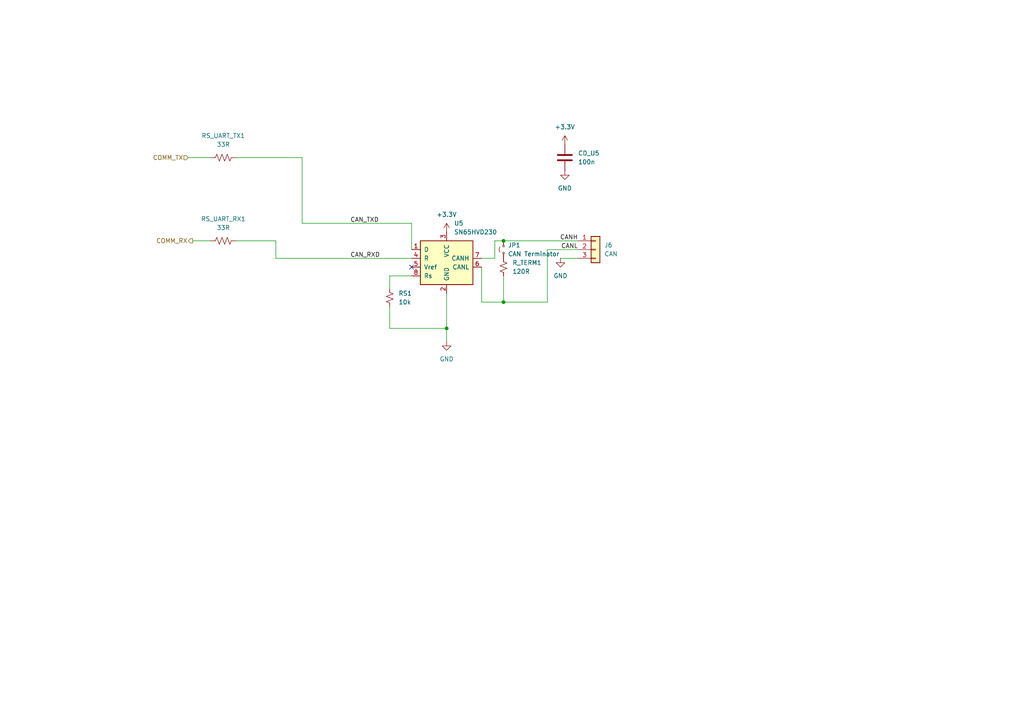
<source format=kicad_sch>
(kicad_sch
	(version 20250114)
	(generator "eeschema")
	(generator_version "9.0")
	(uuid "7d3e3313-9507-44b0-9f6c-2af88932d9e1")
	(paper "A4")
	(lib_symbols
		(symbol "Connector_Generic:Conn_01x03"
			(pin_names
				(offset 1.016)
				(hide yes)
			)
			(exclude_from_sim no)
			(in_bom yes)
			(on_board yes)
			(property "Reference" "J"
				(at 0 5.08 0)
				(effects
					(font
						(size 1.27 1.27)
					)
				)
			)
			(property "Value" "Conn_01x03"
				(at 0 -5.08 0)
				(effects
					(font
						(size 1.27 1.27)
					)
				)
			)
			(property "Footprint" ""
				(at 0 0 0)
				(effects
					(font
						(size 1.27 1.27)
					)
					(hide yes)
				)
			)
			(property "Datasheet" "~"
				(at 0 0 0)
				(effects
					(font
						(size 1.27 1.27)
					)
					(hide yes)
				)
			)
			(property "Description" "Generic connector, single row, 01x03, script generated (kicad-library-utils/schlib/autogen/connector/)"
				(at 0 0 0)
				(effects
					(font
						(size 1.27 1.27)
					)
					(hide yes)
				)
			)
			(property "ki_keywords" "connector"
				(at 0 0 0)
				(effects
					(font
						(size 1.27 1.27)
					)
					(hide yes)
				)
			)
			(property "ki_fp_filters" "Connector*:*_1x??_*"
				(at 0 0 0)
				(effects
					(font
						(size 1.27 1.27)
					)
					(hide yes)
				)
			)
			(symbol "Conn_01x03_1_1"
				(rectangle
					(start -1.27 3.81)
					(end 1.27 -3.81)
					(stroke
						(width 0.254)
						(type default)
					)
					(fill
						(type background)
					)
				)
				(rectangle
					(start -1.27 2.667)
					(end 0 2.413)
					(stroke
						(width 0.1524)
						(type default)
					)
					(fill
						(type none)
					)
				)
				(rectangle
					(start -1.27 0.127)
					(end 0 -0.127)
					(stroke
						(width 0.1524)
						(type default)
					)
					(fill
						(type none)
					)
				)
				(rectangle
					(start -1.27 -2.413)
					(end 0 -2.667)
					(stroke
						(width 0.1524)
						(type default)
					)
					(fill
						(type none)
					)
				)
				(pin passive line
					(at -5.08 2.54 0)
					(length 3.81)
					(name "Pin_1"
						(effects
							(font
								(size 1.27 1.27)
							)
						)
					)
					(number "1"
						(effects
							(font
								(size 1.27 1.27)
							)
						)
					)
				)
				(pin passive line
					(at -5.08 0 0)
					(length 3.81)
					(name "Pin_2"
						(effects
							(font
								(size 1.27 1.27)
							)
						)
					)
					(number "2"
						(effects
							(font
								(size 1.27 1.27)
							)
						)
					)
				)
				(pin passive line
					(at -5.08 -2.54 0)
					(length 3.81)
					(name "Pin_3"
						(effects
							(font
								(size 1.27 1.27)
							)
						)
					)
					(number "3"
						(effects
							(font
								(size 1.27 1.27)
							)
						)
					)
				)
			)
			(embedded_fonts no)
		)
		(symbol "Device:C"
			(pin_numbers
				(hide yes)
			)
			(pin_names
				(offset 0.254)
			)
			(exclude_from_sim no)
			(in_bom yes)
			(on_board yes)
			(property "Reference" "C"
				(at 0.635 2.54 0)
				(effects
					(font
						(size 1.27 1.27)
					)
					(justify left)
				)
			)
			(property "Value" "C"
				(at 0.635 -2.54 0)
				(effects
					(font
						(size 1.27 1.27)
					)
					(justify left)
				)
			)
			(property "Footprint" ""
				(at 0.9652 -3.81 0)
				(effects
					(font
						(size 1.27 1.27)
					)
					(hide yes)
				)
			)
			(property "Datasheet" "~"
				(at 0 0 0)
				(effects
					(font
						(size 1.27 1.27)
					)
					(hide yes)
				)
			)
			(property "Description" "Unpolarized capacitor"
				(at 0 0 0)
				(effects
					(font
						(size 1.27 1.27)
					)
					(hide yes)
				)
			)
			(property "ki_keywords" "cap capacitor"
				(at 0 0 0)
				(effects
					(font
						(size 1.27 1.27)
					)
					(hide yes)
				)
			)
			(property "ki_fp_filters" "C_*"
				(at 0 0 0)
				(effects
					(font
						(size 1.27 1.27)
					)
					(hide yes)
				)
			)
			(symbol "C_0_1"
				(polyline
					(pts
						(xy -2.032 0.762) (xy 2.032 0.762)
					)
					(stroke
						(width 0.508)
						(type default)
					)
					(fill
						(type none)
					)
				)
				(polyline
					(pts
						(xy -2.032 -0.762) (xy 2.032 -0.762)
					)
					(stroke
						(width 0.508)
						(type default)
					)
					(fill
						(type none)
					)
				)
			)
			(symbol "C_1_1"
				(pin passive line
					(at 0 3.81 270)
					(length 2.794)
					(name "~"
						(effects
							(font
								(size 1.27 1.27)
							)
						)
					)
					(number "1"
						(effects
							(font
								(size 1.27 1.27)
							)
						)
					)
				)
				(pin passive line
					(at 0 -3.81 90)
					(length 2.794)
					(name "~"
						(effects
							(font
								(size 1.27 1.27)
							)
						)
					)
					(number "2"
						(effects
							(font
								(size 1.27 1.27)
							)
						)
					)
				)
			)
			(embedded_fonts no)
		)
		(symbol "Device:R_Small_US"
			(pin_numbers
				(hide yes)
			)
			(pin_names
				(offset 0.254)
				(hide yes)
			)
			(exclude_from_sim no)
			(in_bom yes)
			(on_board yes)
			(property "Reference" "R"
				(at 0.762 0.508 0)
				(effects
					(font
						(size 1.27 1.27)
					)
					(justify left)
				)
			)
			(property "Value" "R_Small_US"
				(at 0.762 -1.016 0)
				(effects
					(font
						(size 1.27 1.27)
					)
					(justify left)
				)
			)
			(property "Footprint" ""
				(at 0 0 0)
				(effects
					(font
						(size 1.27 1.27)
					)
					(hide yes)
				)
			)
			(property "Datasheet" "~"
				(at 0 0 0)
				(effects
					(font
						(size 1.27 1.27)
					)
					(hide yes)
				)
			)
			(property "Description" "Resistor, small US symbol"
				(at 0 0 0)
				(effects
					(font
						(size 1.27 1.27)
					)
					(hide yes)
				)
			)
			(property "ki_keywords" "r resistor"
				(at 0 0 0)
				(effects
					(font
						(size 1.27 1.27)
					)
					(hide yes)
				)
			)
			(property "ki_fp_filters" "R_*"
				(at 0 0 0)
				(effects
					(font
						(size 1.27 1.27)
					)
					(hide yes)
				)
			)
			(symbol "R_Small_US_1_1"
				(polyline
					(pts
						(xy 0 1.524) (xy 1.016 1.143) (xy 0 0.762) (xy -1.016 0.381) (xy 0 0)
					)
					(stroke
						(width 0)
						(type default)
					)
					(fill
						(type none)
					)
				)
				(polyline
					(pts
						(xy 0 0) (xy 1.016 -0.381) (xy 0 -0.762) (xy -1.016 -1.143) (xy 0 -1.524)
					)
					(stroke
						(width 0)
						(type default)
					)
					(fill
						(type none)
					)
				)
				(pin passive line
					(at 0 2.54 270)
					(length 1.016)
					(name "~"
						(effects
							(font
								(size 1.27 1.27)
							)
						)
					)
					(number "1"
						(effects
							(font
								(size 1.27 1.27)
							)
						)
					)
				)
				(pin passive line
					(at 0 -2.54 90)
					(length 1.016)
					(name "~"
						(effects
							(font
								(size 1.27 1.27)
							)
						)
					)
					(number "2"
						(effects
							(font
								(size 1.27 1.27)
							)
						)
					)
				)
			)
			(embedded_fonts no)
		)
		(symbol "Device:R_US"
			(pin_numbers
				(hide yes)
			)
			(pin_names
				(offset 0)
			)
			(exclude_from_sim no)
			(in_bom yes)
			(on_board yes)
			(property "Reference" "R"
				(at 2.54 0 90)
				(effects
					(font
						(size 1.27 1.27)
					)
				)
			)
			(property "Value" "R_US"
				(at -2.54 0 90)
				(effects
					(font
						(size 1.27 1.27)
					)
				)
			)
			(property "Footprint" ""
				(at 1.016 -0.254 90)
				(effects
					(font
						(size 1.27 1.27)
					)
					(hide yes)
				)
			)
			(property "Datasheet" "~"
				(at 0 0 0)
				(effects
					(font
						(size 1.27 1.27)
					)
					(hide yes)
				)
			)
			(property "Description" "Resistor, US symbol"
				(at 0 0 0)
				(effects
					(font
						(size 1.27 1.27)
					)
					(hide yes)
				)
			)
			(property "ki_keywords" "R res resistor"
				(at 0 0 0)
				(effects
					(font
						(size 1.27 1.27)
					)
					(hide yes)
				)
			)
			(property "ki_fp_filters" "R_*"
				(at 0 0 0)
				(effects
					(font
						(size 1.27 1.27)
					)
					(hide yes)
				)
			)
			(symbol "R_US_0_1"
				(polyline
					(pts
						(xy 0 2.286) (xy 0 2.54)
					)
					(stroke
						(width 0)
						(type default)
					)
					(fill
						(type none)
					)
				)
				(polyline
					(pts
						(xy 0 2.286) (xy 1.016 1.905) (xy 0 1.524) (xy -1.016 1.143) (xy 0 0.762)
					)
					(stroke
						(width 0)
						(type default)
					)
					(fill
						(type none)
					)
				)
				(polyline
					(pts
						(xy 0 0.762) (xy 1.016 0.381) (xy 0 0) (xy -1.016 -0.381) (xy 0 -0.762)
					)
					(stroke
						(width 0)
						(type default)
					)
					(fill
						(type none)
					)
				)
				(polyline
					(pts
						(xy 0 -0.762) (xy 1.016 -1.143) (xy 0 -1.524) (xy -1.016 -1.905) (xy 0 -2.286)
					)
					(stroke
						(width 0)
						(type default)
					)
					(fill
						(type none)
					)
				)
				(polyline
					(pts
						(xy 0 -2.286) (xy 0 -2.54)
					)
					(stroke
						(width 0)
						(type default)
					)
					(fill
						(type none)
					)
				)
			)
			(symbol "R_US_1_1"
				(pin passive line
					(at 0 3.81 270)
					(length 1.27)
					(name "~"
						(effects
							(font
								(size 1.27 1.27)
							)
						)
					)
					(number "1"
						(effects
							(font
								(size 1.27 1.27)
							)
						)
					)
				)
				(pin passive line
					(at 0 -3.81 90)
					(length 1.27)
					(name "~"
						(effects
							(font
								(size 1.27 1.27)
							)
						)
					)
					(number "2"
						(effects
							(font
								(size 1.27 1.27)
							)
						)
					)
				)
			)
			(embedded_fonts no)
		)
		(symbol "Interface_CAN_LIN:SN65HVD230"
			(pin_names
				(offset 1.016)
			)
			(exclude_from_sim no)
			(in_bom yes)
			(on_board yes)
			(property "Reference" "U"
				(at -2.54 10.16 0)
				(effects
					(font
						(size 1.27 1.27)
					)
					(justify right)
				)
			)
			(property "Value" "SN65HVD230"
				(at -2.54 7.62 0)
				(effects
					(font
						(size 1.27 1.27)
					)
					(justify right)
				)
			)
			(property "Footprint" "Package_SO:SOIC-8_3.9x4.9mm_P1.27mm"
				(at 0 -12.7 0)
				(effects
					(font
						(size 1.27 1.27)
					)
					(hide yes)
				)
			)
			(property "Datasheet" "http://www.ti.com/lit/ds/symlink/sn65hvd230.pdf"
				(at -2.54 10.16 0)
				(effects
					(font
						(size 1.27 1.27)
					)
					(hide yes)
				)
			)
			(property "Description" "CAN Bus Transceivers, 3.3V, 1Mbps, Low-Power capabilities, SOIC-8"
				(at 0 0 0)
				(effects
					(font
						(size 1.27 1.27)
					)
					(hide yes)
				)
			)
			(property "ki_keywords" "can transeiver ti low-power"
				(at 0 0 0)
				(effects
					(font
						(size 1.27 1.27)
					)
					(hide yes)
				)
			)
			(property "ki_fp_filters" "SOIC*3.9x4.9mm*P1.27mm*"
				(at 0 0 0)
				(effects
					(font
						(size 1.27 1.27)
					)
					(hide yes)
				)
			)
			(symbol "SN65HVD230_0_1"
				(rectangle
					(start -7.62 5.08)
					(end 7.62 -7.62)
					(stroke
						(width 0.254)
						(type default)
					)
					(fill
						(type background)
					)
				)
			)
			(symbol "SN65HVD230_1_1"
				(pin input line
					(at -10.16 2.54 0)
					(length 2.54)
					(name "D"
						(effects
							(font
								(size 1.27 1.27)
							)
						)
					)
					(number "1"
						(effects
							(font
								(size 1.27 1.27)
							)
						)
					)
				)
				(pin output line
					(at -10.16 0 0)
					(length 2.54)
					(name "R"
						(effects
							(font
								(size 1.27 1.27)
							)
						)
					)
					(number "4"
						(effects
							(font
								(size 1.27 1.27)
							)
						)
					)
				)
				(pin output line
					(at -10.16 -2.54 0)
					(length 2.54)
					(name "Vref"
						(effects
							(font
								(size 1.27 1.27)
							)
						)
					)
					(number "5"
						(effects
							(font
								(size 1.27 1.27)
							)
						)
					)
				)
				(pin input line
					(at -10.16 -5.08 0)
					(length 2.54)
					(name "Rs"
						(effects
							(font
								(size 1.27 1.27)
							)
						)
					)
					(number "8"
						(effects
							(font
								(size 1.27 1.27)
							)
						)
					)
				)
				(pin power_in line
					(at 0 7.62 270)
					(length 2.54)
					(name "VCC"
						(effects
							(font
								(size 1.27 1.27)
							)
						)
					)
					(number "3"
						(effects
							(font
								(size 1.27 1.27)
							)
						)
					)
				)
				(pin power_in line
					(at 0 -10.16 90)
					(length 2.54)
					(name "GND"
						(effects
							(font
								(size 1.27 1.27)
							)
						)
					)
					(number "2"
						(effects
							(font
								(size 1.27 1.27)
							)
						)
					)
				)
				(pin bidirectional line
					(at 10.16 0 180)
					(length 2.54)
					(name "CANH"
						(effects
							(font
								(size 1.27 1.27)
							)
						)
					)
					(number "7"
						(effects
							(font
								(size 1.27 1.27)
							)
						)
					)
				)
				(pin bidirectional line
					(at 10.16 -2.54 180)
					(length 2.54)
					(name "CANL"
						(effects
							(font
								(size 1.27 1.27)
							)
						)
					)
					(number "6"
						(effects
							(font
								(size 1.27 1.27)
							)
						)
					)
				)
			)
			(embedded_fonts no)
		)
		(symbol "Jumper:Jumper_2_Small_Open"
			(pin_numbers
				(hide yes)
			)
			(pin_names
				(offset 0)
				(hide yes)
			)
			(exclude_from_sim no)
			(in_bom yes)
			(on_board yes)
			(property "Reference" "JP"
				(at 0 2.794 0)
				(effects
					(font
						(size 1.27 1.27)
					)
				)
			)
			(property "Value" "Jumper_2_Small_Open"
				(at 0 -2.286 0)
				(effects
					(font
						(size 1.27 1.27)
					)
				)
			)
			(property "Footprint" ""
				(at 0 0 0)
				(effects
					(font
						(size 1.27 1.27)
					)
					(hide yes)
				)
			)
			(property "Datasheet" "~"
				(at 0 0 0)
				(effects
					(font
						(size 1.27 1.27)
					)
					(hide yes)
				)
			)
			(property "Description" "Jumper, 2-pole, small symbol, open"
				(at 0 0 0)
				(effects
					(font
						(size 1.27 1.27)
					)
					(hide yes)
				)
			)
			(property "ki_keywords" "Jumper SPST"
				(at 0 0 0)
				(effects
					(font
						(size 1.27 1.27)
					)
					(hide yes)
				)
			)
			(property "ki_fp_filters" "Jumper* TestPoint*2Pads* TestPoint*Bridge*"
				(at 0 0 0)
				(effects
					(font
						(size 1.27 1.27)
					)
					(hide yes)
				)
			)
			(symbol "Jumper_2_Small_Open_0_0"
				(circle
					(center -1.016 0)
					(radius 0.254)
					(stroke
						(width 0)
						(type default)
					)
					(fill
						(type none)
					)
				)
				(circle
					(center 1.016 0)
					(radius 0.254)
					(stroke
						(width 0)
						(type default)
					)
					(fill
						(type none)
					)
				)
			)
			(symbol "Jumper_2_Small_Open_0_1"
				(arc
					(start -0.762 1.0196)
					(mid 0 1.2729)
					(end 0.762 1.0196)
					(stroke
						(width 0)
						(type default)
					)
					(fill
						(type none)
					)
				)
			)
			(symbol "Jumper_2_Small_Open_1_1"
				(pin passive line
					(at -2.54 0 0)
					(length 1.27)
					(name "A"
						(effects
							(font
								(size 1.27 1.27)
							)
						)
					)
					(number "1"
						(effects
							(font
								(size 1.27 1.27)
							)
						)
					)
				)
				(pin passive line
					(at 2.54 0 180)
					(length 1.27)
					(name "B"
						(effects
							(font
								(size 1.27 1.27)
							)
						)
					)
					(number "2"
						(effects
							(font
								(size 1.27 1.27)
							)
						)
					)
				)
			)
			(embedded_fonts no)
		)
		(symbol "power:+3.3V"
			(power)
			(pin_numbers
				(hide yes)
			)
			(pin_names
				(offset 0)
				(hide yes)
			)
			(exclude_from_sim no)
			(in_bom yes)
			(on_board yes)
			(property "Reference" "#PWR"
				(at 0 -3.81 0)
				(effects
					(font
						(size 1.27 1.27)
					)
					(hide yes)
				)
			)
			(property "Value" "+3.3V"
				(at 0 3.556 0)
				(effects
					(font
						(size 1.27 1.27)
					)
				)
			)
			(property "Footprint" ""
				(at 0 0 0)
				(effects
					(font
						(size 1.27 1.27)
					)
					(hide yes)
				)
			)
			(property "Datasheet" ""
				(at 0 0 0)
				(effects
					(font
						(size 1.27 1.27)
					)
					(hide yes)
				)
			)
			(property "Description" "Power symbol creates a global label with name \"+3.3V\""
				(at 0 0 0)
				(effects
					(font
						(size 1.27 1.27)
					)
					(hide yes)
				)
			)
			(property "ki_keywords" "global power"
				(at 0 0 0)
				(effects
					(font
						(size 1.27 1.27)
					)
					(hide yes)
				)
			)
			(symbol "+3.3V_0_1"
				(polyline
					(pts
						(xy -0.762 1.27) (xy 0 2.54)
					)
					(stroke
						(width 0)
						(type default)
					)
					(fill
						(type none)
					)
				)
				(polyline
					(pts
						(xy 0 2.54) (xy 0.762 1.27)
					)
					(stroke
						(width 0)
						(type default)
					)
					(fill
						(type none)
					)
				)
				(polyline
					(pts
						(xy 0 0) (xy 0 2.54)
					)
					(stroke
						(width 0)
						(type default)
					)
					(fill
						(type none)
					)
				)
			)
			(symbol "+3.3V_1_1"
				(pin power_in line
					(at 0 0 90)
					(length 0)
					(name "~"
						(effects
							(font
								(size 1.27 1.27)
							)
						)
					)
					(number "1"
						(effects
							(font
								(size 1.27 1.27)
							)
						)
					)
				)
			)
			(embedded_fonts no)
		)
		(symbol "power:GND"
			(power)
			(pin_numbers
				(hide yes)
			)
			(pin_names
				(offset 0)
				(hide yes)
			)
			(exclude_from_sim no)
			(in_bom yes)
			(on_board yes)
			(property "Reference" "#PWR"
				(at 0 -6.35 0)
				(effects
					(font
						(size 1.27 1.27)
					)
					(hide yes)
				)
			)
			(property "Value" "GND"
				(at 0 -3.81 0)
				(effects
					(font
						(size 1.27 1.27)
					)
				)
			)
			(property "Footprint" ""
				(at 0 0 0)
				(effects
					(font
						(size 1.27 1.27)
					)
					(hide yes)
				)
			)
			(property "Datasheet" ""
				(at 0 0 0)
				(effects
					(font
						(size 1.27 1.27)
					)
					(hide yes)
				)
			)
			(property "Description" "Power symbol creates a global label with name \"GND\" , ground"
				(at 0 0 0)
				(effects
					(font
						(size 1.27 1.27)
					)
					(hide yes)
				)
			)
			(property "ki_keywords" "global power"
				(at 0 0 0)
				(effects
					(font
						(size 1.27 1.27)
					)
					(hide yes)
				)
			)
			(symbol "GND_0_1"
				(polyline
					(pts
						(xy 0 0) (xy 0 -1.27) (xy 1.27 -1.27) (xy 0 -2.54) (xy -1.27 -1.27) (xy 0 -1.27)
					)
					(stroke
						(width 0)
						(type default)
					)
					(fill
						(type none)
					)
				)
			)
			(symbol "GND_1_1"
				(pin power_in line
					(at 0 0 270)
					(length 0)
					(name "~"
						(effects
							(font
								(size 1.27 1.27)
							)
						)
					)
					(number "1"
						(effects
							(font
								(size 1.27 1.27)
							)
						)
					)
				)
			)
			(embedded_fonts no)
		)
	)
	(junction
		(at 129.54 95.25)
		(diameter 0)
		(color 0 0 0 0)
		(uuid "6ce23dc0-ef04-460e-a9ae-533526632459")
	)
	(junction
		(at 146.05 87.63)
		(diameter 0)
		(color 0 0 0 0)
		(uuid "ba3198ce-dec9-45c1-ae59-151738011b3b")
	)
	(junction
		(at 146.05 69.85)
		(diameter 0)
		(color 0 0 0 0)
		(uuid "e4e65363-6051-4dfd-af7f-abde82da6c65")
	)
	(no_connect
		(at 119.38 77.47)
		(uuid "08075b59-b045-4b4c-8a67-0601804b651b")
	)
	(wire
		(pts
			(xy 129.54 95.25) (xy 129.54 85.09)
		)
		(stroke
			(width 0)
			(type default)
		)
		(uuid "03a012dc-64e1-47ea-b03c-1572aa180601")
	)
	(wire
		(pts
			(xy 129.54 99.06) (xy 129.54 95.25)
		)
		(stroke
			(width 0)
			(type default)
		)
		(uuid "0d33d53b-d377-4520-ac62-daf48ea5baf3")
	)
	(wire
		(pts
			(xy 68.58 45.72) (xy 87.63 45.72)
		)
		(stroke
			(width 0)
			(type default)
		)
		(uuid "1afb7225-368c-4384-ab27-3ca37aa83463")
	)
	(wire
		(pts
			(xy 113.03 95.25) (xy 129.54 95.25)
		)
		(stroke
			(width 0)
			(type default)
		)
		(uuid "22105f35-03d8-43cd-b424-3f0f48d8eeee")
	)
	(wire
		(pts
			(xy 119.38 80.01) (xy 113.03 80.01)
		)
		(stroke
			(width 0)
			(type default)
		)
		(uuid "230e4a09-4382-4634-99f4-e1d349930adb")
	)
	(wire
		(pts
			(xy 146.05 69.85) (xy 167.64 69.85)
		)
		(stroke
			(width 0)
			(type default)
		)
		(uuid "24ddeb17-4e9f-4da9-bcd0-dc5849d5e950")
	)
	(wire
		(pts
			(xy 158.75 72.39) (xy 167.64 72.39)
		)
		(stroke
			(width 0)
			(type default)
		)
		(uuid "2643c6cf-b3ae-4bdb-9b7c-19216d92f695")
	)
	(wire
		(pts
			(xy 139.7 87.63) (xy 146.05 87.63)
		)
		(stroke
			(width 0)
			(type default)
		)
		(uuid "3b5cfb8b-93d2-4ef8-93a2-7ca1d68d8f71")
	)
	(wire
		(pts
			(xy 113.03 80.01) (xy 113.03 83.82)
		)
		(stroke
			(width 0)
			(type default)
		)
		(uuid "480519fd-e781-4aec-9cc7-a854cad5b170")
	)
	(wire
		(pts
			(xy 80.01 74.93) (xy 119.38 74.93)
		)
		(stroke
			(width 0)
			(type default)
		)
		(uuid "49073c27-522e-4109-95dc-31b44334d458")
	)
	(wire
		(pts
			(xy 162.56 74.93) (xy 167.64 74.93)
		)
		(stroke
			(width 0)
			(type default)
		)
		(uuid "5452aa1c-9315-4999-bebd-2300cec8bfac")
	)
	(wire
		(pts
			(xy 146.05 87.63) (xy 158.75 87.63)
		)
		(stroke
			(width 0)
			(type default)
		)
		(uuid "5eeaf3b6-a361-43e4-9558-0a81fb863c7a")
	)
	(wire
		(pts
			(xy 139.7 74.93) (xy 143.51 74.93)
		)
		(stroke
			(width 0)
			(type default)
		)
		(uuid "6b392ab0-95eb-4cc1-a084-9d0f62982af6")
	)
	(wire
		(pts
			(xy 87.63 64.77) (xy 119.38 64.77)
		)
		(stroke
			(width 0)
			(type default)
		)
		(uuid "6cf6d7f0-0775-4fa7-b0ba-eaa36b790752")
	)
	(wire
		(pts
			(xy 113.03 88.9) (xy 113.03 95.25)
		)
		(stroke
			(width 0)
			(type default)
		)
		(uuid "71e28180-06ac-4d17-8ee6-768d5300a595")
	)
	(wire
		(pts
			(xy 119.38 72.39) (xy 119.38 64.77)
		)
		(stroke
			(width 0)
			(type default)
		)
		(uuid "79438795-0a8b-485f-af1d-a3888d85115e")
	)
	(wire
		(pts
			(xy 80.01 69.85) (xy 80.01 74.93)
		)
		(stroke
			(width 0)
			(type default)
		)
		(uuid "839ffadf-57ba-40e2-bd89-d86a703de830")
	)
	(wire
		(pts
			(xy 143.51 69.85) (xy 146.05 69.85)
		)
		(stroke
			(width 0)
			(type default)
		)
		(uuid "84f4f064-ea89-4944-a8f7-38549d812c36")
	)
	(wire
		(pts
			(xy 87.63 45.72) (xy 87.63 64.77)
		)
		(stroke
			(width 0)
			(type default)
		)
		(uuid "8741470c-1c0b-4755-a4ec-571eaac06618")
	)
	(wire
		(pts
			(xy 158.75 72.39) (xy 158.75 87.63)
		)
		(stroke
			(width 0)
			(type default)
		)
		(uuid "94679386-7379-4816-b99d-56e5f1efd65f")
	)
	(wire
		(pts
			(xy 143.51 74.93) (xy 143.51 69.85)
		)
		(stroke
			(width 0)
			(type default)
		)
		(uuid "a492a1dc-c1d1-4fcc-9228-c21485d31f93")
	)
	(wire
		(pts
			(xy 68.58 69.85) (xy 80.01 69.85)
		)
		(stroke
			(width 0)
			(type default)
		)
		(uuid "aee2238b-cf36-47da-ab8e-73f45dd62cc6")
	)
	(wire
		(pts
			(xy 60.96 69.85) (xy 55.88 69.85)
		)
		(stroke
			(width 0)
			(type default)
		)
		(uuid "b6582d86-55a9-43d9-9b23-7747b534bce5")
	)
	(wire
		(pts
			(xy 60.96 45.72) (xy 54.61 45.72)
		)
		(stroke
			(width 0)
			(type default)
		)
		(uuid "e1161990-bce9-4f93-b5f5-4c6c3eda2b27")
	)
	(wire
		(pts
			(xy 139.7 87.63) (xy 139.7 77.47)
		)
		(stroke
			(width 0)
			(type default)
		)
		(uuid "f9e9337f-1821-407c-b482-1ff8c3e5b25f")
	)
	(wire
		(pts
			(xy 146.05 80.01) (xy 146.05 87.63)
		)
		(stroke
			(width 0)
			(type default)
		)
		(uuid "f9f82f34-5975-419c-9e82-f5bcbeabea24")
	)
	(label "CAN_RXD"
		(at 101.6 74.93 0)
		(effects
			(font
				(size 1.27 1.27)
			)
			(justify left bottom)
		)
		(uuid "06a91f03-b298-46b3-a6c7-d32ba12f922f")
	)
	(label "CAN_TXD"
		(at 101.6 64.77 0)
		(effects
			(font
				(size 1.27 1.27)
			)
			(justify left bottom)
		)
		(uuid "131fa5d2-315f-44f2-ae5f-5f99d8f92070")
	)
	(label "CANH"
		(at 167.64 69.85 180)
		(effects
			(font
				(size 1.27 1.27)
			)
			(justify right bottom)
		)
		(uuid "52f62242-87a5-4112-935b-06a98c3846e5")
	)
	(label "CANL"
		(at 167.64 72.39 180)
		(effects
			(font
				(size 1.27 1.27)
			)
			(justify right bottom)
		)
		(uuid "e285589b-c076-43b6-b2b5-3ce610618fe3")
	)
	(hierarchical_label "COMM_RX"
		(shape output)
		(at 55.88 69.85 180)
		(effects
			(font
				(size 1.27 1.27)
			)
			(justify right)
		)
		(uuid "c1985dd1-e131-4649-a998-31e15f144b11")
	)
	(hierarchical_label "COMM_TX"
		(shape input)
		(at 54.61 45.72 180)
		(effects
			(font
				(size 1.27 1.27)
			)
			(justify right)
		)
		(uuid "c50640f7-6d95-45ca-ace3-cea7a425fe3d")
	)
	(symbol
		(lib_id "power:+3.3V")
		(at 129.54 67.31 0)
		(unit 1)
		(exclude_from_sim no)
		(in_bom yes)
		(on_board yes)
		(dnp no)
		(fields_autoplaced yes)
		(uuid "005ea1e1-4219-4e32-86ec-09ebb37e59b8")
		(property "Reference" "#PWR019"
			(at 129.54 71.12 0)
			(effects
				(font
					(size 1.27 1.27)
				)
				(hide yes)
			)
		)
		(property "Value" "+3.3V"
			(at 129.54 62.23 0)
			(effects
				(font
					(size 1.27 1.27)
				)
			)
		)
		(property "Footprint" ""
			(at 129.54 67.31 0)
			(effects
				(font
					(size 1.27 1.27)
				)
				(hide yes)
			)
		)
		(property "Datasheet" ""
			(at 129.54 67.31 0)
			(effects
				(font
					(size 1.27 1.27)
				)
				(hide yes)
			)
		)
		(property "Description" "Power symbol creates a global label with name \"+3.3V\""
			(at 129.54 67.31 0)
			(effects
				(font
					(size 1.27 1.27)
				)
				(hide yes)
			)
		)
		(pin "1"
			(uuid "374f7793-40d7-4924-9156-5e7d0b01bcb0")
		)
		(instances
			(project "OrganUniversalMCUboard"
				(path "/4a899aa1-9bb8-4bd0-98b8-a923f79fe9df/cfa6cbaf-d0e0-41c4-8de8-02a89a1099b2/82107bef-a801-4c3d-ac88-a6fb788da9b1"
					(reference "#PWR019")
					(unit 1)
				)
			)
			(project "OrganUniversalMCUboard"
				(path "/941f81de-fb37-4087-b582-01c965c3f0ac/82107bef-a801-4c3d-ac88-a6fb788da9b1"
					(reference "#PWR019")
					(unit 1)
				)
			)
		)
	)
	(symbol
		(lib_id "Device:C")
		(at 163.83 45.72 0)
		(unit 1)
		(exclude_from_sim no)
		(in_bom yes)
		(on_board yes)
		(dnp no)
		(fields_autoplaced yes)
		(uuid "08d0b561-c6bf-4c2e-bb7f-06aee5541958")
		(property "Reference" "CD_U5"
			(at 167.64 44.4499 0)
			(effects
				(font
					(size 1.27 1.27)
				)
				(justify left)
			)
		)
		(property "Value" "100n"
			(at 167.64 46.9899 0)
			(effects
				(font
					(size 1.27 1.27)
				)
				(justify left)
			)
		)
		(property "Footprint" "Capacitor_SMD:C_0603_1608Metric"
			(at 164.7952 49.53 0)
			(effects
				(font
					(size 1.27 1.27)
				)
				(hide yes)
			)
		)
		(property "Datasheet" "~"
			(at 163.83 45.72 0)
			(effects
				(font
					(size 1.27 1.27)
				)
				(hide yes)
			)
		)
		(property "Description" "Unpolarized capacitor"
			(at 163.83 45.72 0)
			(effects
				(font
					(size 1.27 1.27)
				)
				(hide yes)
			)
		)
		(pin "1"
			(uuid "dcebeea8-828a-4303-8cdb-12cba7fc7a7e")
		)
		(pin "2"
			(uuid "e8c2cb67-b3b1-4ca7-be1e-5a4affb99377")
		)
		(instances
			(project "OrganUniversalMCUboard"
				(path "/4a899aa1-9bb8-4bd0-98b8-a923f79fe9df/cfa6cbaf-d0e0-41c4-8de8-02a89a1099b2/82107bef-a801-4c3d-ac88-a6fb788da9b1"
					(reference "CD_U5")
					(unit 1)
				)
			)
			(project "OrganUniversalMCUboard"
				(path "/941f81de-fb37-4087-b582-01c965c3f0ac/82107bef-a801-4c3d-ac88-a6fb788da9b1"
					(reference "CD_U5")
					(unit 1)
				)
			)
		)
	)
	(symbol
		(lib_id "Device:R_Small_US")
		(at 113.03 86.36 0)
		(unit 1)
		(exclude_from_sim no)
		(in_bom yes)
		(on_board yes)
		(dnp no)
		(fields_autoplaced yes)
		(uuid "4e578031-d62e-4267-ba58-90abc4f1c307")
		(property "Reference" "RS1"
			(at 115.57 85.0899 0)
			(effects
				(font
					(size 1.27 1.27)
				)
				(justify left)
			)
		)
		(property "Value" "10k"
			(at 115.57 87.6299 0)
			(effects
				(font
					(size 1.27 1.27)
				)
				(justify left)
			)
		)
		(property "Footprint" "Resistor_SMD:R_0603_1608Metric"
			(at 113.03 86.36 0)
			(effects
				(font
					(size 1.27 1.27)
				)
				(hide yes)
			)
		)
		(property "Datasheet" "~"
			(at 113.03 86.36 0)
			(effects
				(font
					(size 1.27 1.27)
				)
				(hide yes)
			)
		)
		(property "Description" "Resistor, small US symbol"
			(at 113.03 86.36 0)
			(effects
				(font
					(size 1.27 1.27)
				)
				(hide yes)
			)
		)
		(pin "2"
			(uuid "02beaf2e-144f-4411-939b-17d49227a323")
		)
		(pin "1"
			(uuid "68f65e74-8969-4752-b946-27d8bd4c6d19")
		)
		(instances
			(project "OrganUniversalMCUboard"
				(path "/4a899aa1-9bb8-4bd0-98b8-a923f79fe9df/cfa6cbaf-d0e0-41c4-8de8-02a89a1099b2/82107bef-a801-4c3d-ac88-a6fb788da9b1"
					(reference "RS1")
					(unit 1)
				)
			)
			(project "OrganUniversalMCUboard"
				(path "/941f81de-fb37-4087-b582-01c965c3f0ac/82107bef-a801-4c3d-ac88-a6fb788da9b1"
					(reference "RS1")
					(unit 1)
				)
			)
		)
	)
	(symbol
		(lib_id "power:GND")
		(at 162.56 74.93 0)
		(unit 1)
		(exclude_from_sim no)
		(in_bom yes)
		(on_board yes)
		(dnp no)
		(fields_autoplaced yes)
		(uuid "4f1eee62-5a57-433a-8db4-949d12e32c17")
		(property "Reference" "#PWR018"
			(at 162.56 81.28 0)
			(effects
				(font
					(size 1.27 1.27)
				)
				(hide yes)
			)
		)
		(property "Value" "GND"
			(at 162.56 80.01 0)
			(effects
				(font
					(size 1.27 1.27)
				)
			)
		)
		(property "Footprint" ""
			(at 162.56 74.93 0)
			(effects
				(font
					(size 1.27 1.27)
				)
				(hide yes)
			)
		)
		(property "Datasheet" ""
			(at 162.56 74.93 0)
			(effects
				(font
					(size 1.27 1.27)
				)
				(hide yes)
			)
		)
		(property "Description" "Power symbol creates a global label with name \"GND\" , ground"
			(at 162.56 74.93 0)
			(effects
				(font
					(size 1.27 1.27)
				)
				(hide yes)
			)
		)
		(pin "1"
			(uuid "02195b4e-026d-46d1-bcee-adf3ea7454d5")
		)
		(instances
			(project "OrganUniversalMCUboard"
				(path "/4a899aa1-9bb8-4bd0-98b8-a923f79fe9df/cfa6cbaf-d0e0-41c4-8de8-02a89a1099b2/82107bef-a801-4c3d-ac88-a6fb788da9b1"
					(reference "#PWR018")
					(unit 1)
				)
			)
			(project "OrganUniversalMCUboard"
				(path "/941f81de-fb37-4087-b582-01c965c3f0ac/82107bef-a801-4c3d-ac88-a6fb788da9b1"
					(reference "#PWR018")
					(unit 1)
				)
			)
		)
	)
	(symbol
		(lib_id "power:GND")
		(at 129.54 99.06 0)
		(unit 1)
		(exclude_from_sim no)
		(in_bom yes)
		(on_board yes)
		(dnp no)
		(fields_autoplaced yes)
		(uuid "4f3f360f-ee1a-4528-9450-2334ee767b29")
		(property "Reference" "#PWR02"
			(at 129.54 105.41 0)
			(effects
				(font
					(size 1.27 1.27)
				)
				(hide yes)
			)
		)
		(property "Value" "GND"
			(at 129.54 104.14 0)
			(effects
				(font
					(size 1.27 1.27)
				)
			)
		)
		(property "Footprint" ""
			(at 129.54 99.06 0)
			(effects
				(font
					(size 1.27 1.27)
				)
				(hide yes)
			)
		)
		(property "Datasheet" ""
			(at 129.54 99.06 0)
			(effects
				(font
					(size 1.27 1.27)
				)
				(hide yes)
			)
		)
		(property "Description" "Power symbol creates a global label with name \"GND\" , ground"
			(at 129.54 99.06 0)
			(effects
				(font
					(size 1.27 1.27)
				)
				(hide yes)
			)
		)
		(pin "1"
			(uuid "d82c2620-d54b-4d18-8be9-ae2d491dc63f")
		)
		(instances
			(project "OrganUniversalMCUboard"
				(path "/4a899aa1-9bb8-4bd0-98b8-a923f79fe9df/cfa6cbaf-d0e0-41c4-8de8-02a89a1099b2/82107bef-a801-4c3d-ac88-a6fb788da9b1"
					(reference "#PWR02")
					(unit 1)
				)
			)
			(project "OrganUniversalMCUboard"
				(path "/941f81de-fb37-4087-b582-01c965c3f0ac/82107bef-a801-4c3d-ac88-a6fb788da9b1"
					(reference "#PWR02")
					(unit 1)
				)
			)
		)
	)
	(symbol
		(lib_id "Jumper:Jumper_2_Small_Open")
		(at 146.05 72.39 90)
		(unit 1)
		(exclude_from_sim no)
		(in_bom yes)
		(on_board yes)
		(dnp no)
		(fields_autoplaced yes)
		(uuid "52ec9e27-b71a-4872-94fb-a055b458ddcf")
		(property "Reference" "JP1"
			(at 147.32 71.1199 90)
			(effects
				(font
					(size 1.27 1.27)
				)
				(justify right)
			)
		)
		(property "Value" "CAN Terminator"
			(at 147.32 73.6599 90)
			(effects
				(font
					(size 1.27 1.27)
				)
				(justify right)
			)
		)
		(property "Footprint" "Connector_PinHeader_2.54mm:PinHeader_1x02_P2.54mm_Vertical"
			(at 146.05 72.39 0)
			(effects
				(font
					(size 1.27 1.27)
				)
				(hide yes)
			)
		)
		(property "Datasheet" "~"
			(at 146.05 72.39 0)
			(effects
				(font
					(size 1.27 1.27)
				)
				(hide yes)
			)
		)
		(property "Description" "Jumper, 2-pole, small symbol, open"
			(at 146.05 72.39 0)
			(effects
				(font
					(size 1.27 1.27)
				)
				(hide yes)
			)
		)
		(pin "2"
			(uuid "425b66fb-aa4c-4e4e-9af8-c51d0662921e")
		)
		(pin "1"
			(uuid "9ab8c790-c8f0-412d-b849-7b9445a83fcc")
		)
		(instances
			(project "OrganUniversalMCUboard"
				(path "/4a899aa1-9bb8-4bd0-98b8-a923f79fe9df/cfa6cbaf-d0e0-41c4-8de8-02a89a1099b2/82107bef-a801-4c3d-ac88-a6fb788da9b1"
					(reference "JP1")
					(unit 1)
				)
			)
			(project "OrganUniversalMCUboard"
				(path "/941f81de-fb37-4087-b582-01c965c3f0ac/82107bef-a801-4c3d-ac88-a6fb788da9b1"
					(reference "JP1")
					(unit 1)
				)
			)
		)
	)
	(symbol
		(lib_id "power:+3.3V")
		(at 163.83 41.91 0)
		(unit 1)
		(exclude_from_sim no)
		(in_bom yes)
		(on_board yes)
		(dnp no)
		(fields_autoplaced yes)
		(uuid "81bfe2fa-fd0a-4187-96b4-65c25bacd395")
		(property "Reference" "#PWR036"
			(at 163.83 45.72 0)
			(effects
				(font
					(size 1.27 1.27)
				)
				(hide yes)
			)
		)
		(property "Value" "+3.3V"
			(at 163.83 36.83 0)
			(effects
				(font
					(size 1.27 1.27)
				)
			)
		)
		(property "Footprint" ""
			(at 163.83 41.91 0)
			(effects
				(font
					(size 1.27 1.27)
				)
				(hide yes)
			)
		)
		(property "Datasheet" ""
			(at 163.83 41.91 0)
			(effects
				(font
					(size 1.27 1.27)
				)
				(hide yes)
			)
		)
		(property "Description" "Power symbol creates a global label with name \"+3.3V\""
			(at 163.83 41.91 0)
			(effects
				(font
					(size 1.27 1.27)
				)
				(hide yes)
			)
		)
		(pin "1"
			(uuid "88467da0-5a7c-4b90-b971-7c07c2becb49")
		)
		(instances
			(project "OrganUniversalMCUboard"
				(path "/4a899aa1-9bb8-4bd0-98b8-a923f79fe9df/cfa6cbaf-d0e0-41c4-8de8-02a89a1099b2/82107bef-a801-4c3d-ac88-a6fb788da9b1"
					(reference "#PWR036")
					(unit 1)
				)
			)
			(project "OrganUniversalMCUboard"
				(path "/941f81de-fb37-4087-b582-01c965c3f0ac/82107bef-a801-4c3d-ac88-a6fb788da9b1"
					(reference "#PWR036")
					(unit 1)
				)
			)
		)
	)
	(symbol
		(lib_id "Connector_Generic:Conn_01x03")
		(at 172.72 72.39 0)
		(unit 1)
		(exclude_from_sim no)
		(in_bom yes)
		(on_board yes)
		(dnp no)
		(fields_autoplaced yes)
		(uuid "94980b11-7157-4c63-be6b-a0e665f7c783")
		(property "Reference" "J6"
			(at 175.26 71.1199 0)
			(effects
				(font
					(size 1.27 1.27)
				)
				(justify left)
			)
		)
		(property "Value" "CAN"
			(at 175.26 73.6599 0)
			(effects
				(font
					(size 1.27 1.27)
				)
				(justify left)
			)
		)
		(property "Footprint" "Connector_JST:JST_PH_B3B-PH-K_1x03_P2.00mm_Vertical"
			(at 172.72 72.39 0)
			(effects
				(font
					(size 1.27 1.27)
				)
				(hide yes)
			)
		)
		(property "Datasheet" "~"
			(at 172.72 72.39 0)
			(effects
				(font
					(size 1.27 1.27)
				)
				(hide yes)
			)
		)
		(property "Description" "Generic connector, single row, 01x03, script generated (kicad-library-utils/schlib/autogen/connector/)"
			(at 172.72 72.39 0)
			(effects
				(font
					(size 1.27 1.27)
				)
				(hide yes)
			)
		)
		(pin "1"
			(uuid "fa5eb2bb-f788-4278-8b66-4f46d438289b")
		)
		(pin "3"
			(uuid "9241e3c3-62c4-4bb8-8039-6d76573e0d36")
		)
		(pin "2"
			(uuid "9e325f6f-3d02-4778-bcf2-6486b12fd443")
		)
		(instances
			(project ""
				(path "/4a899aa1-9bb8-4bd0-98b8-a923f79fe9df/cfa6cbaf-d0e0-41c4-8de8-02a89a1099b2/82107bef-a801-4c3d-ac88-a6fb788da9b1"
					(reference "J6")
					(unit 1)
				)
			)
			(project ""
				(path "/941f81de-fb37-4087-b582-01c965c3f0ac/82107bef-a801-4c3d-ac88-a6fb788da9b1"
					(reference "J6")
					(unit 1)
				)
			)
		)
	)
	(symbol
		(lib_id "Device:R_US")
		(at 64.77 69.85 90)
		(unit 1)
		(exclude_from_sim no)
		(in_bom yes)
		(on_board yes)
		(dnp no)
		(fields_autoplaced yes)
		(uuid "b2d90638-f5be-4a46-a8e1-d63766e6d7bc")
		(property "Reference" "RS_UART_RX1"
			(at 64.77 63.5 90)
			(effects
				(font
					(size 1.27 1.27)
				)
			)
		)
		(property "Value" "33R"
			(at 64.77 66.04 90)
			(effects
				(font
					(size 1.27 1.27)
				)
			)
		)
		(property "Footprint" "Resistor_SMD:R_0603_1608Metric"
			(at 65.024 68.834 90)
			(effects
				(font
					(size 1.27 1.27)
				)
				(hide yes)
			)
		)
		(property "Datasheet" "~"
			(at 64.77 69.85 0)
			(effects
				(font
					(size 1.27 1.27)
				)
				(hide yes)
			)
		)
		(property "Description" "Resistor, US symbol"
			(at 64.77 69.85 0)
			(effects
				(font
					(size 1.27 1.27)
				)
				(hide yes)
			)
		)
		(pin "1"
			(uuid "ee7a9aae-41cb-41ee-86d4-1715986c98e3")
		)
		(pin "2"
			(uuid "93b7cc30-c16e-41e2-a534-feedfa22e021")
		)
		(instances
			(project "OrganUniversalMCUboard"
				(path "/4a899aa1-9bb8-4bd0-98b8-a923f79fe9df/cfa6cbaf-d0e0-41c4-8de8-02a89a1099b2/82107bef-a801-4c3d-ac88-a6fb788da9b1"
					(reference "RS_UART_RX1")
					(unit 1)
				)
			)
			(project "OrganUniversalMCUboard"
				(path "/941f81de-fb37-4087-b582-01c965c3f0ac/82107bef-a801-4c3d-ac88-a6fb788da9b1"
					(reference "RS_UART_RX1")
					(unit 1)
				)
			)
		)
	)
	(symbol
		(lib_id "Device:R_Small_US")
		(at 146.05 77.47 0)
		(unit 1)
		(exclude_from_sim no)
		(in_bom yes)
		(on_board yes)
		(dnp no)
		(fields_autoplaced yes)
		(uuid "b90ceab2-7bc7-46ae-a620-44c05aa4e1c0")
		(property "Reference" "R_TERM1"
			(at 148.59 76.1999 0)
			(effects
				(font
					(size 1.27 1.27)
				)
				(justify left)
			)
		)
		(property "Value" "120R"
			(at 148.59 78.7399 0)
			(effects
				(font
					(size 1.27 1.27)
				)
				(justify left)
			)
		)
		(property "Footprint" "Resistor_SMD:R_0603_1608Metric"
			(at 146.05 77.47 0)
			(effects
				(font
					(size 1.27 1.27)
				)
				(hide yes)
			)
		)
		(property "Datasheet" "~"
			(at 146.05 77.47 0)
			(effects
				(font
					(size 1.27 1.27)
				)
				(hide yes)
			)
		)
		(property "Description" "Resistor, small US symbol"
			(at 146.05 77.47 0)
			(effects
				(font
					(size 1.27 1.27)
				)
				(hide yes)
			)
		)
		(pin "2"
			(uuid "9cb6a4b9-94dc-4fea-81fb-b7fe288bdc72")
		)
		(pin "1"
			(uuid "3de3e526-a1b6-4820-890f-5ee24bb03c24")
		)
		(instances
			(project "OrganUniversalMCUboard"
				(path "/4a899aa1-9bb8-4bd0-98b8-a923f79fe9df/cfa6cbaf-d0e0-41c4-8de8-02a89a1099b2/82107bef-a801-4c3d-ac88-a6fb788da9b1"
					(reference "R_TERM1")
					(unit 1)
				)
			)
			(project "OrganUniversalMCUboard"
				(path "/941f81de-fb37-4087-b582-01c965c3f0ac/82107bef-a801-4c3d-ac88-a6fb788da9b1"
					(reference "R_TERM1")
					(unit 1)
				)
			)
		)
	)
	(symbol
		(lib_id "power:GND")
		(at 163.83 49.53 0)
		(unit 1)
		(exclude_from_sim no)
		(in_bom yes)
		(on_board yes)
		(dnp no)
		(fields_autoplaced yes)
		(uuid "db1269f9-02cb-4e34-b3a8-251cd2dfc5eb")
		(property "Reference" "#PWR037"
			(at 163.83 55.88 0)
			(effects
				(font
					(size 1.27 1.27)
				)
				(hide yes)
			)
		)
		(property "Value" "GND"
			(at 163.83 54.61 0)
			(effects
				(font
					(size 1.27 1.27)
				)
			)
		)
		(property "Footprint" ""
			(at 163.83 49.53 0)
			(effects
				(font
					(size 1.27 1.27)
				)
				(hide yes)
			)
		)
		(property "Datasheet" ""
			(at 163.83 49.53 0)
			(effects
				(font
					(size 1.27 1.27)
				)
				(hide yes)
			)
		)
		(property "Description" "Power symbol creates a global label with name \"GND\" , ground"
			(at 163.83 49.53 0)
			(effects
				(font
					(size 1.27 1.27)
				)
				(hide yes)
			)
		)
		(pin "1"
			(uuid "11b0cc1c-7bc2-4f76-8e56-846a1818e0d2")
		)
		(instances
			(project "OrganUniversalMCUboard"
				(path "/4a899aa1-9bb8-4bd0-98b8-a923f79fe9df/cfa6cbaf-d0e0-41c4-8de8-02a89a1099b2/82107bef-a801-4c3d-ac88-a6fb788da9b1"
					(reference "#PWR037")
					(unit 1)
				)
			)
			(project "OrganUniversalMCUboard"
				(path "/941f81de-fb37-4087-b582-01c965c3f0ac/82107bef-a801-4c3d-ac88-a6fb788da9b1"
					(reference "#PWR037")
					(unit 1)
				)
			)
		)
	)
	(symbol
		(lib_id "Interface_CAN_LIN:SN65HVD230")
		(at 129.54 74.93 0)
		(unit 1)
		(exclude_from_sim no)
		(in_bom yes)
		(on_board yes)
		(dnp no)
		(fields_autoplaced yes)
		(uuid "e7b53493-d3d7-4f23-9174-197b1b4273b1")
		(property "Reference" "U5"
			(at 131.6833 64.77 0)
			(effects
				(font
					(size 1.27 1.27)
				)
				(justify left)
			)
		)
		(property "Value" "SN65HVD230"
			(at 131.6833 67.31 0)
			(effects
				(font
					(size 1.27 1.27)
				)
				(justify left)
			)
		)
		(property "Footprint" "Package_SO:SOIC-8_3.9x4.9mm_P1.27mm"
			(at 129.54 87.63 0)
			(effects
				(font
					(size 1.27 1.27)
				)
				(hide yes)
			)
		)
		(property "Datasheet" "http://www.ti.com/lit/ds/symlink/sn65hvd230.pdf"
			(at 127 64.77 0)
			(effects
				(font
					(size 1.27 1.27)
				)
				(hide yes)
			)
		)
		(property "Description" "CAN Bus Transceivers, 3.3V, 1Mbps, Low-Power capabilities, SOIC-8"
			(at 129.54 74.93 0)
			(effects
				(font
					(size 1.27 1.27)
				)
				(hide yes)
			)
		)
		(pin "8"
			(uuid "82a8d9ff-ad4d-45f1-9fa8-6a86c75d618c")
		)
		(pin "3"
			(uuid "fd1d2551-99ac-460a-be6c-0c005a591b6e")
		)
		(pin "2"
			(uuid "fe7881be-1224-42b6-b97c-2fc242941125")
		)
		(pin "7"
			(uuid "9b1a7a1d-63e1-48a0-b56f-60f2d2961db4")
		)
		(pin "1"
			(uuid "0b99eb1f-439d-46ce-8e9c-630581ad9a97")
		)
		(pin "4"
			(uuid "77d985b1-160d-4f91-8052-64d38f64b741")
		)
		(pin "5"
			(uuid "388b7d6a-92c9-4160-9c7a-636737b8466e")
		)
		(pin "6"
			(uuid "7dd46844-25ee-40d7-a1be-1f30db135a30")
		)
		(instances
			(project "OrganUniversalMCUboard"
				(path "/4a899aa1-9bb8-4bd0-98b8-a923f79fe9df/cfa6cbaf-d0e0-41c4-8de8-02a89a1099b2/82107bef-a801-4c3d-ac88-a6fb788da9b1"
					(reference "U5")
					(unit 1)
				)
			)
			(project "OrganUniversalMCUboard"
				(path "/941f81de-fb37-4087-b582-01c965c3f0ac/82107bef-a801-4c3d-ac88-a6fb788da9b1"
					(reference "U5")
					(unit 1)
				)
			)
		)
	)
	(symbol
		(lib_id "Device:R_US")
		(at 64.77 45.72 90)
		(unit 1)
		(exclude_from_sim no)
		(in_bom yes)
		(on_board yes)
		(dnp no)
		(fields_autoplaced yes)
		(uuid "ef675e80-f902-4d86-8425-703b0ee06c3a")
		(property "Reference" "RS_UART_TX1"
			(at 64.77 39.37 90)
			(effects
				(font
					(size 1.27 1.27)
				)
			)
		)
		(property "Value" "33R"
			(at 64.77 41.91 90)
			(effects
				(font
					(size 1.27 1.27)
				)
			)
		)
		(property "Footprint" "Resistor_SMD:R_0603_1608Metric"
			(at 65.024 44.704 90)
			(effects
				(font
					(size 1.27 1.27)
				)
				(hide yes)
			)
		)
		(property "Datasheet" "~"
			(at 64.77 45.72 0)
			(effects
				(font
					(size 1.27 1.27)
				)
				(hide yes)
			)
		)
		(property "Description" "Resistor, US symbol"
			(at 64.77 45.72 0)
			(effects
				(font
					(size 1.27 1.27)
				)
				(hide yes)
			)
		)
		(pin "1"
			(uuid "76aaf283-1898-4fdd-b2d3-df3c7c1ad5cd")
		)
		(pin "2"
			(uuid "8095fca1-bf4e-423b-af28-bf4f8dcf9ada")
		)
		(instances
			(project ""
				(path "/4a899aa1-9bb8-4bd0-98b8-a923f79fe9df/cfa6cbaf-d0e0-41c4-8de8-02a89a1099b2/82107bef-a801-4c3d-ac88-a6fb788da9b1"
					(reference "RS_UART_TX1")
					(unit 1)
				)
			)
			(project ""
				(path "/941f81de-fb37-4087-b582-01c965c3f0ac/82107bef-a801-4c3d-ac88-a6fb788da9b1"
					(reference "RS_UART_TX1")
					(unit 1)
				)
			)
		)
	)
)

</source>
